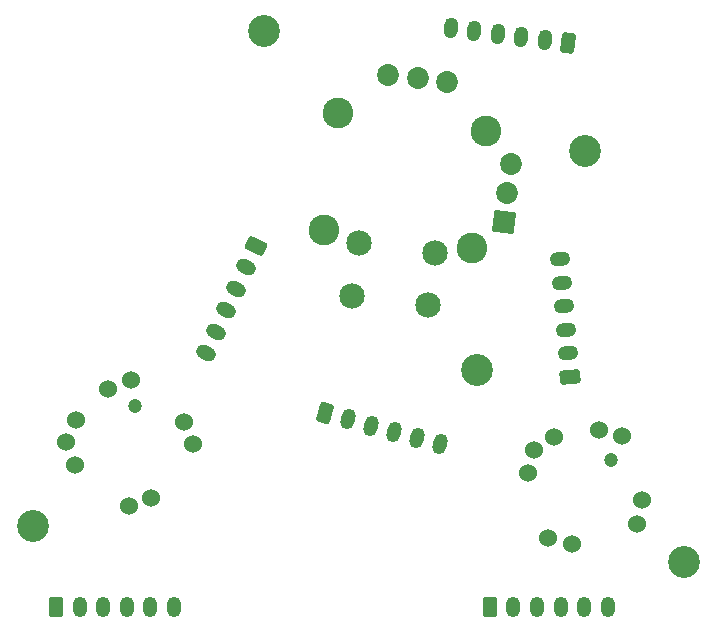
<source format=gbr>
%TF.GenerationSoftware,KiCad,Pcbnew,8.0.1*%
%TF.CreationDate,2024-04-24T21:25:30+12:00*%
%TF.ProjectId,collective-hat-pcb,636f6c6c-6563-4746-9976-652d6861742d,rev?*%
%TF.SameCoordinates,Original*%
%TF.FileFunction,Soldermask,Top*%
%TF.FilePolarity,Negative*%
%FSLAX46Y46*%
G04 Gerber Fmt 4.6, Leading zero omitted, Abs format (unit mm)*
G04 Created by KiCad (PCBNEW 8.0.1) date 2024-04-24 21:25:30*
%MOMM*%
%LPD*%
G01*
G04 APERTURE LIST*
G04 Aperture macros list*
%AMRoundRect*
0 Rectangle with rounded corners*
0 $1 Rounding radius*
0 $2 $3 $4 $5 $6 $7 $8 $9 X,Y pos of 4 corners*
0 Add a 4 corners polygon primitive as box body*
4,1,4,$2,$3,$4,$5,$6,$7,$8,$9,$2,$3,0*
0 Add four circle primitives for the rounded corners*
1,1,$1+$1,$2,$3*
1,1,$1+$1,$4,$5*
1,1,$1+$1,$6,$7*
1,1,$1+$1,$8,$9*
0 Add four rect primitives between the rounded corners*
20,1,$1+$1,$2,$3,$4,$5,0*
20,1,$1+$1,$4,$5,$6,$7,0*
20,1,$1+$1,$6,$7,$8,$9,0*
20,1,$1+$1,$8,$9,$2,$3,0*%
%AMHorizOval*
0 Thick line with rounded ends*
0 $1 width*
0 $2 $3 position (X,Y) of the first rounded end (center of the circle)*
0 $4 $5 position (X,Y) of the second rounded end (center of the circle)*
0 Add line between two ends*
20,1,$1,$2,$3,$4,$5,0*
0 Add two circle primitives to create the rounded ends*
1,1,$1,$2,$3*
1,1,$1,$4,$5*%
G04 Aperture macros list end*
%ADD10C,2.700000*%
%ADD11RoundRect,0.250000X-0.350000X-0.625000X0.350000X-0.625000X0.350000X0.625000X-0.350000X0.625000X0*%
%ADD12O,1.200000X1.750000*%
%ADD13RoundRect,0.250000X-0.499836X-0.513117X0.176312X-0.694290X0.499836X0.513117X-0.176312X0.694290X0*%
%ADD14HorizOval,1.200000X-0.071175X-0.265630X0.071175X0.265630X0*%
%ADD15RoundRect,0.250000X0.653126X-0.294196X0.592117X0.403140X-0.653126X0.294196X-0.592117X-0.403140X0*%
%ADD16HorizOval,1.200000X0.273954X0.023968X-0.273954X-0.023968X0*%
%ADD17RoundRect,0.250000X-0.418526X0.581344X-0.714359X-0.053071X0.418526X-0.581344X0.714359X0.053071X0*%
%ADD18HorizOval,1.200000X-0.249235X0.116220X0.249235X-0.116220X0*%
%ADD19RoundRect,0.250000X0.423559X0.577687X-0.271223X0.662996X-0.423559X-0.577687X0.271223X-0.662996X0*%
%ADD20HorizOval,1.200000X0.033514X0.272950X-0.033514X-0.272950X0*%
%ADD21C,2.154000*%
%ADD22C,2.604000*%
%ADD23RoundRect,0.102000X-0.919393X-0.718308X0.718308X-0.919393X0.919393X0.718308X-0.718308X0.919393X0*%
%ADD24C,1.854000*%
%ADD25C,1.200000*%
%ADD26C,1.524000*%
G04 APERTURE END LIST*
D10*
%TO.C,REF\u002A\u002A*%
X96520000Y-106426000D03*
%TD*%
%TO.C,REF\u002A\u002A*%
X151638000Y-109474000D03*
%TD*%
%TO.C,REF\u002A\u002A*%
X134112000Y-93218000D03*
%TD*%
%TO.C,REF\u002A\u002A*%
X116078000Y-64516000D03*
%TD*%
%TO.C,REF\u002A\u002A*%
X143256000Y-74676000D03*
%TD*%
D11*
%TO.C,J6*%
X98458000Y-113284000D03*
D12*
X100458000Y-113284000D03*
X102458000Y-113284000D03*
X104458000Y-113284000D03*
X106458000Y-113284000D03*
X108458000Y-113284000D03*
%TD*%
D11*
%TO.C,J5*%
X135192000Y-113284000D03*
D12*
X137192000Y-113284000D03*
X139192000Y-113284000D03*
X141192000Y-113284000D03*
X143192000Y-113284000D03*
X145192000Y-113284000D03*
%TD*%
D13*
%TO.C,J4*%
X121280478Y-96923387D03*
D14*
X123212329Y-97441025D03*
X125144181Y-97958664D03*
X127076033Y-98476302D03*
X129007884Y-98993938D03*
X130939736Y-99511578D03*
%TD*%
D15*
%TO.C,J3*%
X142013102Y-93840505D03*
D16*
X141838790Y-91848116D03*
X141664480Y-89855726D03*
X141490168Y-87863337D03*
X141315855Y-85870948D03*
X141141545Y-83878557D03*
%TD*%
D17*
%TO.C,J2*%
X115365762Y-82746874D03*
D18*
X114520525Y-84559489D03*
X113675289Y-86372105D03*
X112830052Y-88184721D03*
X111984816Y-89997337D03*
X111139579Y-91809952D03*
%TD*%
D19*
%TO.C,J1*%
X141824151Y-65525085D03*
D20*
X139839059Y-65281346D03*
X137853966Y-65037608D03*
X135868874Y-64793869D03*
X133883782Y-64550130D03*
X131898689Y-64306392D03*
%TD*%
D21*
%TO.C,R1*%
X124089476Y-82527065D03*
X130541027Y-83319216D03*
X123541065Y-86993522D03*
X129992614Y-87785674D03*
D22*
X134903201Y-73024093D03*
X122347492Y-71482446D03*
X121128799Y-81407907D03*
X133684508Y-82949554D03*
D23*
X136376254Y-80761285D03*
D24*
X136680928Y-78279920D03*
X136985602Y-75798554D03*
X131561285Y-68855746D03*
X129079920Y-68551072D03*
X126598554Y-68246398D03*
%TD*%
D25*
%TO.C,SW2*%
X105169864Y-96317929D03*
D26*
X106533002Y-104048669D03*
X109308669Y-97618998D03*
X102878998Y-94843331D03*
X100103331Y-101273002D03*
X99352263Y-99374581D03*
X104634581Y-104799737D03*
X110059737Y-99517419D03*
X104777419Y-94092263D03*
X100150198Y-97507659D03*
%TD*%
D25*
%TO.C,SW1*%
X145450163Y-100859695D03*
D26*
X142132610Y-107974211D03*
X148094211Y-104299390D03*
X144419390Y-98337789D03*
X138457789Y-102012610D03*
X138931439Y-100026720D03*
X140146720Y-107500561D03*
X147620561Y-106285280D03*
X146405280Y-98811439D03*
X140655892Y-98955103D03*
%TD*%
M02*

</source>
